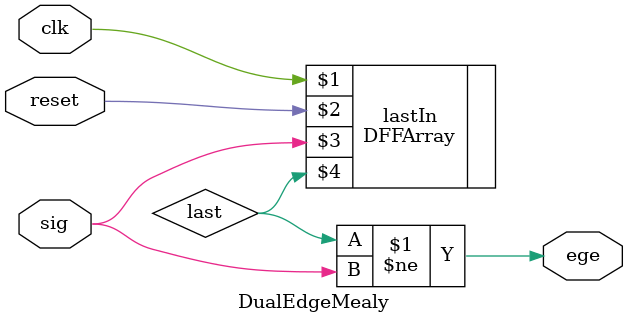
<source format=v>

`timescale 1ns / 1ps


module DualEdgeMealy( input clk, input reset, input sig, output ege );

	// State.
	// MSb - The input (sig) value at last posedge clk
	
	wire last;
	wire next_in, next_out;

	DFFArray #( 1 ) lastIn ( clk, reset, sig, last );	

	// Output
	assign ege = last != sig;

endmodule

</source>
